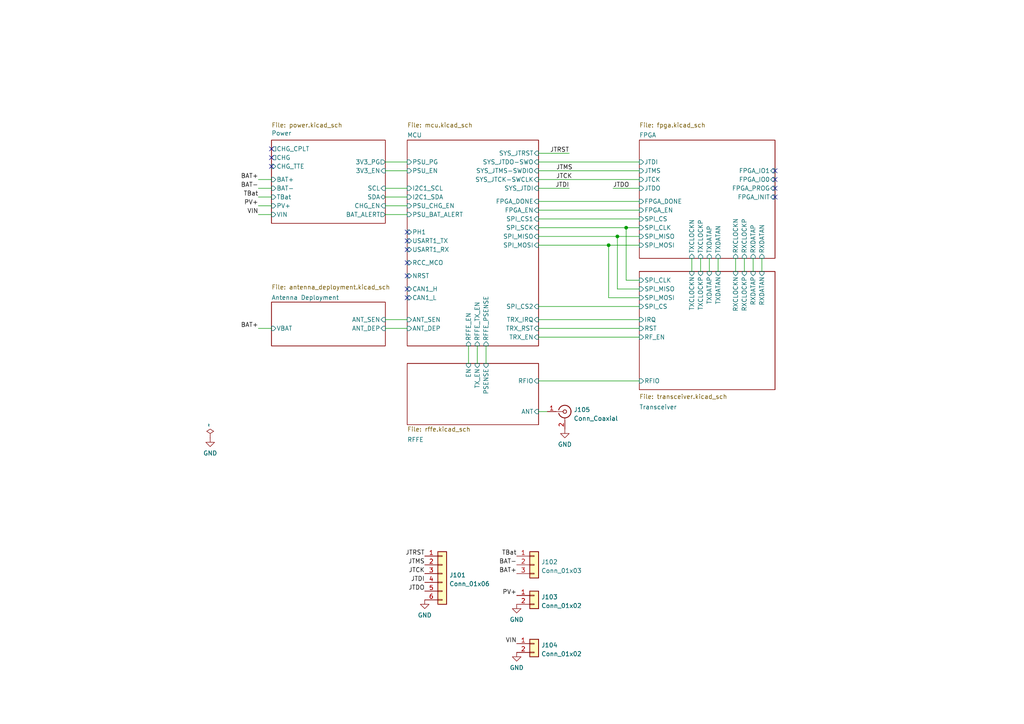
<source format=kicad_sch>
(kicad_sch (version 20211123) (generator eeschema)
  (paper "A4")
  (title_block (title "SIDLOC") (date "2022-03-16") (company "Libre Space Foundation"))
  (lib_symbols
    (symbol "Connector:Conn_Coaxial" (pin_names (offset 1.016) hide)
      (property "Reference" "J" (at 0.254 3.048 0))
      (property "Value" "Conn_Coaxial" (at 2.921 0 90))
      (symbol "Conn_Coaxial_0_1"
        (arc (start -1.778 -0.508) (mid 0.222 -1.808) (end 1.778 0) (stroke (width 0.254)))
        (polyline (pts (xy -2.54 0) (xy -0.508 0)))
        (polyline (pts (xy 0 -2.54) (xy 0 -1.778)))
        (circle (center 0 0) (radius 0.508) (stroke (width 0.2032)))
        (arc (start 1.778 0) (mid 0.222 1.8083) (end -1.778 0.508) (stroke (width 0.254)))
      )
      (symbol "Conn_Coaxial_1_1"
        (pin passive line (at -5.08 0 0) (length 2.54) (name "In") (number "1"))
        (pin passive line (at 0 -5.08 90) (length 2.54) (name "Ext") (number "2"))
      )
    )
    (symbol "Connector_Generic:Conn_01x02" (pin_names (offset 1.016) hide)
      (property "Reference" "J" (at 0 2.54 0))
      (property "Value" "Conn_01x02" (at 0 -5.08 0))
      (symbol "Conn_01x02_1_1"
        (rectangle (start -1.27 -2.413) (end 0 -2.667) (stroke (width 0.1524)))
        (rectangle (start -1.27 0.127) (end 0 -0.127) (stroke (width 0.1524)))
        (rectangle (start -1.27 1.27) (end 1.27 -3.81) (stroke (width 0.254)) (fill (type background)))
        (pin passive line (at -5.08 0 0) (length 3.81) (name "Pin_1") (number "1"))
        (pin passive line (at -5.08 -2.54 0) (length 3.81) (name "Pin_2") (number "2"))
      )
    )
    (symbol "Connector_Generic:Conn_01x03" (pin_names (offset 1.016) hide)
      (property "Reference" "J" (at 0 5.08 0))
      (property "Value" "Conn_01x03" (at 0 -5.08 0))
      (symbol "Conn_01x03_1_1"
        (rectangle (start -1.27 -2.413) (end 0 -2.667) (stroke (width 0.1524)))
        (rectangle (start -1.27 0.127) (end 0 -0.127) (stroke (width 0.1524)))
        (rectangle (start -1.27 2.667) (end 0 2.413) (stroke (width 0.1524)))
        (rectangle (start -1.27 3.81) (end 1.27 -3.81) (stroke (width 0.254)) (fill (type background)))
        (pin passive line (at -5.08 2.54 0) (length 3.81) (name "Pin_1") (number "1"))
        (pin passive line (at -5.08 0 0) (length 3.81) (name "Pin_2") (number "2"))
        (pin passive line (at -5.08 -2.54 0) (length 3.81) (name "Pin_3") (number "3"))
      )
    )
    (symbol "Connector_Generic:Conn_01x06" (pin_names (offset 1.016) hide)
      (property "Reference" "J" (at 0 7.62 0))
      (property "Value" "Conn_01x06" (at 0 -10.16 0))
      (symbol "Conn_01x06_1_1"
        (rectangle (start -1.27 -7.493) (end 0 -7.747) (stroke (width 0.1524)))
        (rectangle (start -1.27 -4.953) (end 0 -5.207) (stroke (width 0.1524)))
        (rectangle (start -1.27 -2.413) (end 0 -2.667) (stroke (width 0.1524)))
        (rectangle (start -1.27 0.127) (end 0 -0.127) (stroke (width 0.1524)))
        (rectangle (start -1.27 2.667) (end 0 2.413) (stroke (width 0.1524)))
        (rectangle (start -1.27 5.207) (end 0 4.953) (stroke (width 0.1524)))
        (rectangle (start -1.27 6.35) (end 1.27 -8.89) (stroke (width 0.254)) (fill (type background)))
        (pin passive line (at -5.08 5.08 0) (length 3.81) (name "Pin_1") (number "1"))
        (pin passive line (at -5.08 2.54 0) (length 3.81) (name "Pin_2") (number "2"))
        (pin passive line (at -5.08 0 0) (length 3.81) (name "Pin_3") (number "3"))
        (pin passive line (at -5.08 -2.54 0) (length 3.81) (name "Pin_4") (number "4"))
        (pin passive line (at -5.08 -5.08 0) (length 3.81) (name "Pin_5") (number "5"))
        (pin passive line (at -5.08 -7.62 0) (length 3.81) (name "Pin_6") (number "6"))
      )
    )
    (symbol "power:GND" (power) (pin_names (offset 0))
      (property "Value" "GND" (at 0 -3.81 0))
      (symbol "GND_0_1"
        (polyline (pts (xy 0 0) (xy 0 -1.27) (xy 1.27 -1.27) (xy 0 -2.54) (xy -1.27 -1.27) (xy 0 -1.27)))
      )
      (symbol "GND_1_1"
        (pin power_in line (at 0 0 270) (length 0) hide (name "GND") (number "1"))
      )
    )
    (symbol "power:PWR_FLAG" (power) (pin_numbers hide) (pin_names (offset 0) hide)
      (property "Value" "PWR_FLAG" (at 0 3.81 0))
      (symbol "PWR_FLAG_0_0"
        (pin power_out line (at 0 0 90) (length 0) (name "pwr") (number "1"))
      )
      (symbol "PWR_FLAG_0_1"
        (polyline (pts (xy 0 0) (xy 0 1.27) (xy -1.016 1.905) (xy 0 2.54) (xy 1.016 1.905) (xy 0 1.27)))
      )
    )
  )
  (junction (at 176.53 71.12))
  (junction (at 179.07 68.58))
  (junction (at 181.61 66.04))
  (no_connect (at 118.11 67.31))
  (no_connect (at 78.74 45.72))
  (no_connect (at 78.74 48.26))
  (no_connect (at 78.74 43.18))
  (no_connect (at 224.79 52.07))
  (no_connect (at 224.79 49.53))
  (no_connect (at 224.79 57.15))
  (no_connect (at 224.79 54.61))
  (no_connect (at 118.11 69.85))
  (no_connect (at 118.11 72.39))
  (no_connect (at 118.11 83.82))
  (no_connect (at 118.11 86.36))
  (no_connect (at 118.11 80.01))
  (no_connect (at 118.11 76.2))
  (wire (pts (xy 185.42 83.82) (xy 179.07 83.82)))
  (wire (pts (xy 156.21 44.45) (xy 165.1 44.45)))
  (wire (pts (xy 156.21 58.42) (xy 185.42 58.42)))
  (wire (pts (xy 156.21 92.71) (xy 185.42 92.71)))
  (wire (pts (xy 185.42 86.36) (xy 176.53 86.36)))
  (wire (pts (xy 156.21 66.04) (xy 181.61 66.04)))
  (wire (pts (xy 156.21 52.07) (xy 185.42 52.07)))
  (wire (pts (xy 156.21 68.58) (xy 179.07 68.58)))
  (wire (pts (xy 177.8 54.61) (xy 185.42 54.61)))
  (wire (pts (xy 111.76 62.23) (xy 118.11 62.23)))
  (wire (pts (xy 156.21 60.96) (xy 185.42 60.96)))
  (wire (pts (xy 156.21 97.79) (xy 185.42 97.79)))
  (wire (pts (xy 203.2 74.93) (xy 203.2 78.74)))
  (wire (pts (xy 111.76 95.25) (xy 118.11 95.25)))
  (wire (pts (xy 111.76 59.69) (xy 118.11 59.69)))
  (wire (pts (xy 111.76 49.53) (xy 118.11 49.53)))
  (wire (pts (xy 176.53 71.12) (xy 185.42 71.12)))
  (wire (pts (xy 200.66 74.93) (xy 200.66 78.74)))
  (wire (pts (xy 74.93 95.25) (xy 78.74 95.25)))
  (wire (pts (xy 205.74 74.93) (xy 205.74 78.74)))
  (wire (pts (xy 156.21 119.38) (xy 158.75 119.38)))
  (wire (pts (xy 156.21 54.61) (xy 165.1 54.61)))
  (wire (pts (xy 156.21 63.5) (xy 185.42 63.5)))
  (wire (pts (xy 181.61 66.04) (xy 185.42 66.04)))
  (wire (pts (xy 220.98 74.93) (xy 220.98 78.74)))
  (wire (pts (xy 176.53 71.12) (xy 176.53 86.36)))
  (wire (pts (xy 156.21 46.99) (xy 185.42 46.99)))
  (wire (pts (xy 179.07 68.58) (xy 185.42 68.58)))
  (wire (pts (xy 78.74 57.15) (xy 74.93 57.15)))
  (wire (pts (xy 156.21 110.49) (xy 185.42 110.49)))
  (wire (pts (xy 135.89 100.33) (xy 135.89 105.41)))
  (wire (pts (xy 185.42 81.28) (xy 181.61 81.28)))
  (wire (pts (xy 156.21 49.53) (xy 185.42 49.53)))
  (wire (pts (xy 218.44 74.93) (xy 218.44 78.74)))
  (wire (pts (xy 138.43 100.33) (xy 138.43 105.41)))
  (wire (pts (xy 78.74 62.23) (xy 74.93 62.23)))
  (wire (pts (xy 111.76 54.61) (xy 118.11 54.61)))
  (wire (pts (xy 213.36 74.93) (xy 213.36 78.74)))
  (wire (pts (xy 156.21 71.12) (xy 176.53 71.12)))
  (wire (pts (xy 215.9 74.93) (xy 215.9 78.74)))
  (wire (pts (xy 78.74 59.69) (xy 74.93 59.69)))
  (wire (pts (xy 111.76 46.99) (xy 118.11 46.99)))
  (wire (pts (xy 156.21 95.25) (xy 185.42 95.25)))
  (wire (pts (xy 156.21 88.9) (xy 185.42 88.9)))
  (wire (pts (xy 78.74 52.07) (xy 74.93 52.07)))
  (wire (pts (xy 179.07 68.58) (xy 179.07 83.82)))
  (wire (pts (xy 181.61 66.04) (xy 181.61 81.28)))
  (wire (pts (xy 208.28 74.93) (xy 208.28 78.74)))
  (wire (pts (xy 78.74 54.61) (xy 74.93 54.61)))
  (wire (pts (xy 111.76 92.71) (xy 118.11 92.71)))
  (wire (pts (xy 140.97 100.33) (xy 140.97 105.41)))
  (wire (pts (xy 111.76 57.15) (xy 118.11 57.15)))
  (label "PV+" (at 74.93 59.69 180))
  (label "JTDO" (at 123.19 171.45 180))
  (label "TBat" (at 74.93 57.15 180))
  (label "JTDO" (at 177.8 54.61 0))
  (label "BAT+" (at 74.93 95.25 180))
  (label "JTDI" (at 123.19 168.91 180))
  (label "JTRST" (at 123.19 161.29 180))
  (label "JTRST" (at 165.1 44.45 180))
  (label "JTMS" (at 161.29 49.53 0))
  (label "JTMS" (at 123.19 163.83 180))
  (label "PV+" (at 149.86 172.72 180))
  (label "JTCK" (at 123.19 166.37 180))
  (label "JTDI" (at 165.1 54.61 180))
  (label "BAT-" (at 149.86 163.83 180))
  (label "VIN" (at 74.93 62.23 180))
  (label "JTCK" (at 161.29 52.07 0))
  (label "BAT+" (at 74.93 52.07 180))
  (label "VIN" (at 149.86 186.69 180))
  (label "BAT-" (at 74.93 54.61 180))
  (label "TBat" (at 149.86 161.29 180))
  (label "BAT+" (at 149.86 166.37 180))
  (symbol (lib_id "power:GND") (at 149.86 189.23 0) (unit 1)
    (property "Reference" "#PWR0103" (effects hide))
    (property "Value" "GND" (at 149.86 193.6734 0))
  )
  (symbol (lib_id "power:GND") (at 163.83 124.46 0) (unit 1)
    (property "Reference" "#PWR0104" (effects hide))
    (property "Value" "GND" (at 163.83 128.9034 0))
  )
  (symbol (lib_id "Connector_Generic:Conn_01x02") (at 154.94 172.72 0) (unit 1)
    (property "Reference" "J103" (at 156.972 173.1553 0) (effects (justify left)))
    (property "Value" "Conn_01x02" (at 156.972 175.6922 0) (effects (justify left)))
  )
  (symbol (lib_id "power:PWR_FLAG") (at 60.96 127 0) (unit 1)
    (property "Reference" "#FLG0101" (effects hide))
    (property "Value" "~" (at 60.5262 123.8251 90) (effects (justify left)))
  )
  (symbol (lib_id "power:GND") (at 149.86 175.26 0) (unit 1)
    (property "Reference" "#PWR0102" (effects hide))
    (property "Value" "GND" (at 149.86 179.7034 0))
  )
  (symbol (lib_id "Connector_Generic:Conn_01x02") (at 154.94 186.69 0) (unit 1)
    (property "Reference" "J104" (at 156.972 187.1253 0) (effects (justify left)))
    (property "Value" "Conn_01x02" (at 156.972 189.6622 0) (effects (justify left)))
  )
  (symbol (lib_id "Connector_Generic:Conn_01x03") (at 154.94 163.83 0) (unit 1)
    (property "Reference" "J102" (at 156.972 162.9953 0) (effects (justify left)))
    (property "Value" "Conn_01x03" (at 156.972 165.5322 0) (effects (justify left)))
  )
  (symbol (lib_id "power:GND") (at 123.19 173.99 0) (unit 1)
    (property "Reference" "#PWR0101" (effects hide))
    (property "Value" "GND" (at 123.19 178.4334 0))
  )
  (symbol (lib_id "Connector_Generic:Conn_01x06") (at 128.27 166.37 0) (unit 1)
    (property "Reference" "J101" (at 130.302 166.8053 0) (effects (justify left)))
    (property "Value" "Conn_01x06" (at 130.302 169.3422 0) (effects (justify left)))
  )
  (symbol (lib_id "power:GND") (at 60.96 127 0) (unit 1)
    (property "Reference" "#PWR0105" (effects hide))
    (property "Value" "GND" (at 60.96 131.4434 0))
  )
  (symbol (lib_id "Connector:Conn_Coaxial") (at 163.83 119.38 0) (unit 1)
    (property "Reference" "J105" (at 166.37 118.8385 0) (effects (justify left)))
    (property "Value" "Conn_Coaxial" (at 166.37 121.3754 0) (effects (justify left)))
    (property "Datasheet" " ~" (effects hide))
  )
  (sheet (at 185.42 78.74) (size 39.37 34.29) (stroke (width 0.1524))
    (property "Sheet name" "Transceiver" (at 185.42 118.7954 0) (effects (justify left bottom)))
    (property "Sheet file" "transceiver.kicad_sch" (at 185.42 114.3 0) (effects (justify left top)))
    (pin "TXDATAP" input (at 205.74 78.74 90))
    (pin "TXDATAN" input (at 208.28 78.74 90))
    (pin "TXCLOCKN" input (at 200.66 78.74 90))
    (pin "TXCLOCKP" input (at 203.2 78.74 90))
    (pin "RXCLOCKP" input (at 215.9 78.74 90))
    (pin "RXCLOCKN" input (at 213.36 78.74 90))
    (pin "RXDATAP" input (at 218.44 78.74 90))
    (pin "RXDATAN" input (at 220.98 78.74 90))
    (pin "SPI_MOSI" input (at 185.42 86.36 180))
    (pin "SPI_CLK" input (at 185.42 81.28 180))
    (pin "SPI_CS" input (at 185.42 88.9 180))
    (pin "SPI_MISO" input (at 185.42 83.82 180))
    (pin "IRQ" input (at 185.42 92.71 180))
    (pin "RST" input (at 185.42 95.25 180))
    (pin "RFIO" input (at 185.42 110.49 180))
    (pin "RF_EN" input (at 185.42 97.79 180))
  )
  (sheet (at 118.11 105.41) (size 38.1 17.78) (stroke (width 0.1524))
    (property "Sheet name" "RFFE" (at 118.11 128.27 0) (effects (justify left bottom)))
    (property "Sheet file" "rffe.kicad_sch" (at 118.11 123.7746 0) (effects (justify left top)))
    (pin "EN" input (at 135.89 105.41 90))
    (pin "TX_EN" input (at 138.43 105.41 90))
    (pin "RFIO" input (at 156.21 110.49 0))
    (pin "ANT" input (at 156.21 119.38 0))
    (pin "PSENSE" input (at 140.97 105.41 90))
  )
  (sheet (at 78.74 40.64) (size 33.02 24.13) (stroke (width 0.1524))
    (property "Sheet name" "Power" (at 78.74 39.37 0) (effects (justify left bottom)))
    (property "Sheet file" "power.kicad_sch" (at 78.74 35.56 0) (effects (justify left top)))
    (pin "3V3_EN" input (at 111.76 49.53 0))
    (pin "TBat" input (at 78.74 57.15 180))
    (pin "SCL" input (at 111.76 54.61 0))
    (pin "BAT+" input (at 78.74 52.07 180))
    (pin "BAT-" input (at 78.74 54.61 180))
    (pin "3V3_PG" output (at 111.76 46.99 0))
    (pin "SDA" bidirectional (at 111.76 57.15 0))
    (pin "BAT_ALERT" output (at 111.76 62.23 0))
    (pin "PV+" input (at 78.74 59.69 180))
    (pin "CHG_CPLT" output (at 78.74 43.18 180))
    (pin "CHG" output (at 78.74 45.72 180))
    (pin "CHG_TTE" input (at 78.74 48.26 180))
    (pin "CHG_EN" input (at 111.76 59.69 0))
    (pin "VIN" input (at 78.74 62.23 180))
  )
  (sheet (at 185.42 40.64) (size 39.37 34.29) (stroke (width 0.1524))
    (property "Sheet name" "FPGA" (at 185.42 39.9284 0) (effects (justify left bottom)))
    (property "Sheet file" "fpga.kicad_sch" (at 185.42 35.56 0) (effects (justify left top)))
    (pin "JTDO" input (at 185.42 54.61 180))
    (pin "JTMS" input (at 185.42 49.53 180))
    (pin "JTCK" input (at 185.42 52.07 180))
    (pin "JTDI" input (at 185.42 46.99 180))
    (pin "FPGA_DONE" input (at 185.42 58.42 180))
    (pin "FPGA_INIT" input (at 224.79 57.15 0))
    (pin "FPGA_PROG" input (at 224.79 54.61 0))
    (pin "FPGA_IO0" input (at 224.79 52.07 0))
    (pin "FPGA_IO1" input (at 224.79 49.53 0))
    (pin "SPI_MISO" input (at 185.42 68.58 180))
    (pin "SPI_MOSI" input (at 185.42 71.12 180))
    (pin "SPI_CLK" input (at 185.42 66.04 180))
    (pin "SPI_CS" input (at 185.42 63.5 180))
    (pin "TXCLOCKN" input (at 200.66 74.93 270))
    (pin "TXCLOCKP" input (at 203.2 74.93 270))
    (pin "TXDATAP" input (at 205.74 74.93 270))
    (pin "TXDATAN" input (at 208.28 74.93 270))
    (pin "RXCLOCKN" input (at 213.36 74.93 270))
    (pin "RXCLOCKP" input (at 215.9 74.93 270))
    (pin "RXDATAP" input (at 218.44 74.93 270))
    (pin "RXDATAN" input (at 220.98 74.93 270))
    (pin "FPGA_EN" input (at 185.42 60.96 180))
  )
  (sheet (at 118.11 40.64) (size 38.1 59.69) (stroke (width 0.1524))
    (property "Sheet name" "MCU" (at 118.11 39.9284 0) (effects (justify left bottom)))
    (property "Sheet file" "mcu.kicad_sch" (at 118.11 35.56 0) (effects (justify left top)))
    (pin "USART1_TX" input (at 118.11 69.85 180))
    (pin "SYS_JTDO-SWO" input (at 156.21 46.99 0))
    (pin "USART1_RX" input (at 118.11 72.39 180))
    (pin "SYS_JTRST" input (at 156.21 44.45 0))
    (pin "SYS_JTMS-SWDIO" input (at 156.21 49.53 0))
    (pin "SYS_JTCK-SWCLK" input (at 156.21 52.07 0))
    (pin "SYS_JTDI" input (at 156.21 54.61 0))
    (pin "I2C1_SCL" input (at 118.11 54.61 180))
    (pin "RCC_MCO" input (at 118.11 76.2 180))
    (pin "I2C1_SDA" input (at 118.11 57.15 180))
    (pin "NRST" input (at 118.11 80.01 180))
    (pin "CAN1_H" input (at 118.11 83.82 180))
    (pin "CAN1_L" input (at 118.11 86.36 180))
    (pin "PH1" input (at 118.11 67.31 180))
    (pin "SPI_CS2" input (at 156.21 88.9 0))
    (pin "RFFE_EN" input (at 135.89 100.33 270))
    (pin "PSU_EN" input (at 118.11 49.53 180))
    (pin "TRX_IRQ" input (at 156.21 92.71 0))
    (pin "ANT_SEN" input (at 118.11 92.71 180))
    (pin "FPGA_DONE" input (at 156.21 58.42 0))
    (pin "RFFE_TX_EN" input (at 138.43 100.33 270))
    (pin "PSU_CHG_EN" input (at 118.11 59.69 180))
    (pin "TRX_EN" input (at 156.21 97.79 0))
    (pin "FPGA_EN" input (at 156.21 60.96 0))
    (pin "PSU_BAT_ALERT" input (at 118.11 62.23 180))
    (pin "RFFE_PSENSE" input (at 140.97 100.33 270))
    (pin "PSU_PG" input (at 118.11 46.99 180))
    (pin "TRX_RST" input (at 156.21 95.25 0))
    (pin "ANT_DEP" input (at 118.11 95.25 180))
    (pin "SPI_CS1" input (at 156.21 63.5 0))
    (pin "SPI_MISO" input (at 156.21 68.58 0))
    (pin "SPI_SCK" input (at 156.21 66.04 0))
    (pin "SPI_MOSI" input (at 156.21 71.12 0))
  )
  (sheet (at 78.74 87.63) (size 33.02 12.7) (stroke (width 0.1524))
    (property "Sheet name" "Antenna Deployment" (at 78.74 87.0454 0) (effects (justify left bottom)))
    (property "Sheet file" "antenna_deployment.kicad_sch" (at 78.74 82.55 0) (effects (justify left top)))
    (pin "ANT_DEP" input (at 111.76 95.25 0))
    (pin "ANT_SEN" input (at 111.76 92.71 0))
    (pin "VBAT" input (at 78.74 95.25 180))
  )
)
</source>
